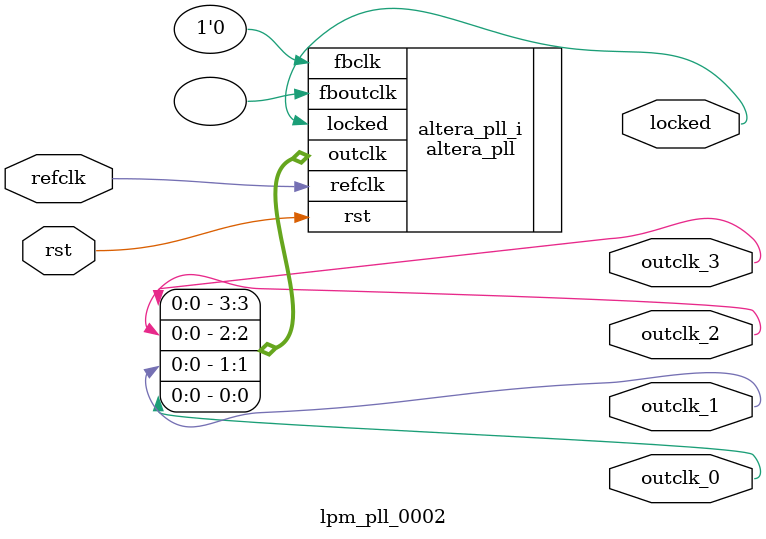
<source format=v>
`timescale 1ns/10ps
module  lpm_pll_0002(

	// interface 'refclk'
	input wire refclk,

	// interface 'reset'
	input wire rst,

	// interface 'outclk0'
	output wire outclk_0,

	// interface 'outclk1'
	output wire outclk_1,

	// interface 'outclk2'
	output wire outclk_2,

	// interface 'outclk3'
	output wire outclk_3,

	// interface 'locked'
	output wire locked
);

	altera_pll #(
		.fractional_vco_multiplier("false"),
		.reference_clock_frequency("50.0 MHz"),
		.operation_mode("normal"),
		.number_of_clocks(4),
		.output_clock_frequency0("100.000000 MHz"),
		.phase_shift0("0 ps"),
		.duty_cycle0(50),
		.output_clock_frequency1("100.000000 MHz"),
		.phase_shift1("2500 ps"),
		.duty_cycle1(50),
		.output_clock_frequency2("100.000000 MHz"),
		.phase_shift2("5000 ps"),
		.duty_cycle2(50),
		.output_clock_frequency3("100.000000 MHz"),
		.phase_shift3("7500 ps"),
		.duty_cycle3(50),
		.output_clock_frequency4("0 MHz"),
		.phase_shift4("0 ps"),
		.duty_cycle4(50),
		.output_clock_frequency5("0 MHz"),
		.phase_shift5("0 ps"),
		.duty_cycle5(50),
		.output_clock_frequency6("0 MHz"),
		.phase_shift6("0 ps"),
		.duty_cycle6(50),
		.output_clock_frequency7("0 MHz"),
		.phase_shift7("0 ps"),
		.duty_cycle7(50),
		.output_clock_frequency8("0 MHz"),
		.phase_shift8("0 ps"),
		.duty_cycle8(50),
		.output_clock_frequency9("0 MHz"),
		.phase_shift9("0 ps"),
		.duty_cycle9(50),
		.output_clock_frequency10("0 MHz"),
		.phase_shift10("0 ps"),
		.duty_cycle10(50),
		.output_clock_frequency11("0 MHz"),
		.phase_shift11("0 ps"),
		.duty_cycle11(50),
		.output_clock_frequency12("0 MHz"),
		.phase_shift12("0 ps"),
		.duty_cycle12(50),
		.output_clock_frequency13("0 MHz"),
		.phase_shift13("0 ps"),
		.duty_cycle13(50),
		.output_clock_frequency14("0 MHz"),
		.phase_shift14("0 ps"),
		.duty_cycle14(50),
		.output_clock_frequency15("0 MHz"),
		.phase_shift15("0 ps"),
		.duty_cycle15(50),
		.output_clock_frequency16("0 MHz"),
		.phase_shift16("0 ps"),
		.duty_cycle16(50),
		.output_clock_frequency17("0 MHz"),
		.phase_shift17("0 ps"),
		.duty_cycle17(50),
		.pll_type("General"),
		.pll_subtype("General")
	) altera_pll_i (
		.rst	(rst),
		.outclk	({outclk_3, outclk_2, outclk_1, outclk_0}),
		.locked	(locked),
		.fboutclk	( ),
		.fbclk	(1'b0),
		.refclk	(refclk)
	);
endmodule


</source>
